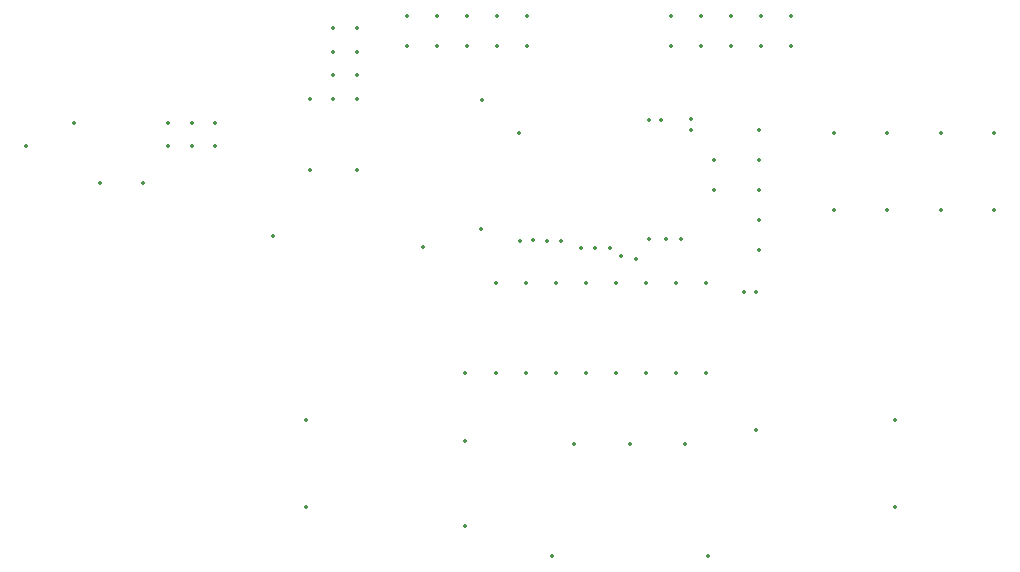
<source format=gbr>
%TF.GenerationSoftware,KiCad,Pcbnew,7.0.2*%
%TF.CreationDate,2023-11-09T20:15:28+01:00*%
%TF.ProjectId,Motherboard,4d6f7468-6572-4626-9f61-72642e6b6963,rev?*%
%TF.SameCoordinates,Original*%
%TF.FileFunction,Legend,Bot*%
%TF.FilePolarity,Positive*%
%FSLAX46Y46*%
G04 Gerber Fmt 4.6, Leading zero omitted, Abs format (unit mm)*
G04 Created by KiCad (PCBNEW 7.0.2) date 2023-11-09 20:15:28*
%MOMM*%
%LPD*%
G01*
G04 APERTURE LIST*
%ADD10C,0.350000*%
G04 APERTURE END LIST*
D10*
X105791000Y-84582000D03*
X102108000Y-84582000D03*
X123910000Y-83432000D03*
X123910000Y-77432000D03*
X123910000Y-75432000D03*
X123910000Y-73432000D03*
X123910000Y-71432000D03*
X121910000Y-77432000D03*
X121910000Y-75432000D03*
X121910000Y-73432000D03*
X121910000Y-71432000D03*
X119910000Y-83432000D03*
X119910000Y-77432000D03*
X111910000Y-81432000D03*
X111910000Y-79432000D03*
X109910000Y-81432000D03*
X109910000Y-79432000D03*
X107910000Y-81432000D03*
X107910000Y-79432000D03*
X99910000Y-79432000D03*
X95910000Y-81432000D03*
X134423000Y-88408000D03*
X116770000Y-89043000D03*
X134448400Y-77486000D03*
X147545799Y-90948000D03*
X137598000Y-80280000D03*
X129470000Y-89932000D03*
X157664000Y-105426000D03*
X133026000Y-100600000D03*
X146234000Y-90694000D03*
X137674200Y-89436500D03*
X138791800Y-89398600D03*
X140011000Y-89424000D03*
X141154000Y-89424000D03*
X142891165Y-90017988D03*
X144053423Y-90037423D03*
X145345000Y-90059000D03*
X148647000Y-89297000D03*
X150044000Y-89297000D03*
X151325451Y-89297000D03*
X148647000Y-79190500D03*
X149663000Y-79190500D03*
X152202285Y-80087136D03*
X152206082Y-79087640D03*
X154108000Y-82566000D03*
X154108000Y-85106000D03*
X156643701Y-93737701D03*
X157664000Y-93742000D03*
X142296000Y-106617500D03*
X146996000Y-106617500D03*
X151696000Y-106617500D03*
X153601000Y-116147500D03*
X140391000Y-116147500D03*
X168768000Y-80332000D03*
X168768000Y-86832000D03*
X164268000Y-80332000D03*
X164268000Y-86832000D03*
X135708000Y-92970000D03*
X138248000Y-92970000D03*
X140788000Y-92970000D03*
X143328000Y-92970000D03*
X145868000Y-92970000D03*
X148408000Y-92970000D03*
X150948000Y-92970000D03*
X153488000Y-92970000D03*
X153488000Y-100590000D03*
X150948000Y-100590000D03*
X148408000Y-100590000D03*
X145868000Y-100590000D03*
X143328000Y-100590000D03*
X140788000Y-100590000D03*
X138248000Y-100590000D03*
X135708000Y-100590000D03*
X177821000Y-80332000D03*
X177821000Y-86832000D03*
X173321000Y-80332000D03*
X173321000Y-86832000D03*
X150487802Y-72914000D03*
X150487802Y-70374000D03*
X153027802Y-72914000D03*
X153027802Y-70374000D03*
X155567802Y-72914000D03*
X155567802Y-70374000D03*
X158107802Y-72914000D03*
X158107802Y-70374000D03*
X160647802Y-72914000D03*
X160647802Y-70374000D03*
X119564000Y-112014000D03*
X119564000Y-104614000D03*
X157918000Y-90191000D03*
X157918000Y-87651000D03*
X157918000Y-85111000D03*
X157918000Y-82571000D03*
X157918000Y-80031000D03*
X128135802Y-72914000D03*
X128135802Y-70374000D03*
X130675802Y-72914000D03*
X130675802Y-70374000D03*
X133215802Y-72914000D03*
X133215802Y-70374000D03*
X135755802Y-72914000D03*
X135755802Y-70374000D03*
X138295802Y-72914000D03*
X138295802Y-70374000D03*
X133026000Y-113598000D03*
X133026000Y-106398000D03*
X169475000Y-104614000D03*
X169475000Y-112014000D03*
M02*

</source>
